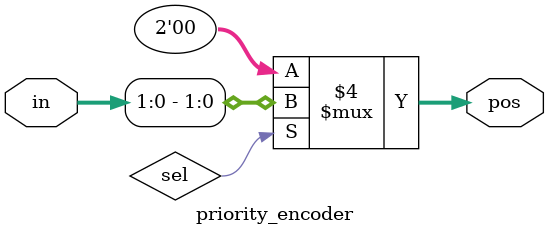
<source format=v>
module priority_encoder( 
input [2:0] in,
output reg [1:0] pos ); 
// When sel=1, assign b to out
always @( in or sel )
begin
	if ( sel == 1 )
	begin
	// When sel is high, output is equal to b
	// Otherwise, output is zero
	pos = in[1:0];
	end
	else
	begin
	pos = 2'b0;
	end
end
endmodule

</source>
